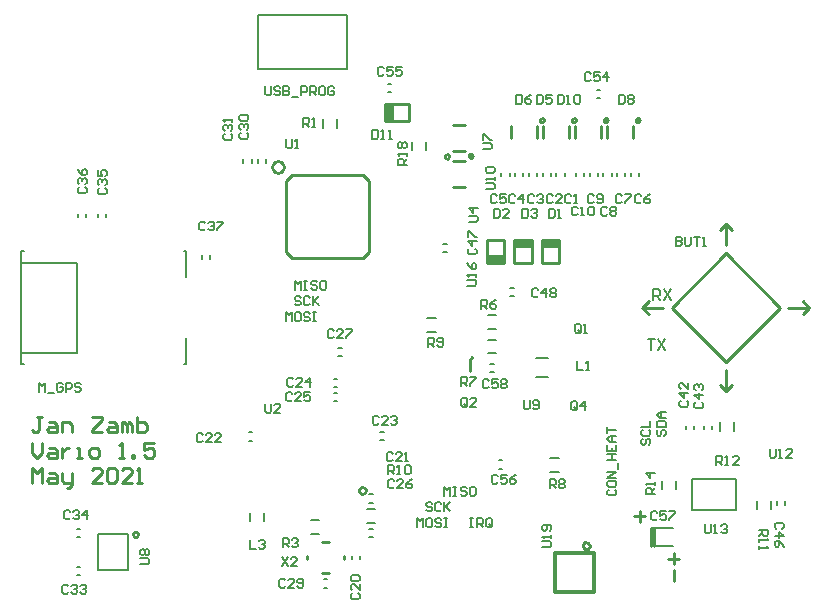
<source format=gto>
G04 Layer_Color=65535*
%FSLAX25Y25*%
%MOIN*%
G70*
G01*
G75*
%ADD47C,0.01000*%
%ADD49C,0.00600*%
%ADD86C,0.00787*%
%ADD87C,0.01181*%
%ADD88C,0.00630*%
%ADD89C,0.00700*%
%ADD90R,0.02953X0.05906*%
%ADD91R,0.05906X0.02953*%
D47*
X393793Y239661D02*
X393249Y240410D01*
X392369Y240124D01*
Y239199D01*
X393249Y238913D01*
X393793Y239661D01*
X404393D02*
X403849Y240410D01*
X402969Y240124D01*
Y239199D01*
X403849Y238913D01*
X404393Y239661D01*
X383193D02*
X382649Y240410D01*
X381768Y240124D01*
Y239199D01*
X382649Y238913D01*
X383193Y239661D01*
X372593D02*
X372049Y240410D01*
X371168Y240124D01*
Y239199D01*
X372049Y238913D01*
X372593Y239661D01*
X313173Y116287D02*
X312729Y117210D01*
X311729Y117438D01*
X310928Y116799D01*
Y115774D01*
X311729Y115135D01*
X312729Y115363D01*
X313173Y116287D01*
X387695Y97793D02*
X387250Y98716D01*
X386251Y98944D01*
X385449Y98305D01*
Y97281D01*
X386251Y96641D01*
X387250Y96869D01*
X387695Y97793D01*
X237101Y101575D02*
X236661Y102337D01*
X235780D01*
X235340Y101575D01*
X235780Y100812D01*
X236661D01*
X237101Y101575D01*
X285827Y224016D02*
X285563Y225000D01*
X284842Y225721D01*
X283858Y225984D01*
X282874Y225721D01*
X282154Y225000D01*
X281890Y224016D01*
X282154Y223031D01*
X282874Y222311D01*
X283858Y222047D01*
X284842Y222311D01*
X285563Y223031D01*
X285827Y224016D01*
X340883Y227646D02*
X340339Y228395D01*
X339458Y228109D01*
Y227184D01*
X340339Y226898D01*
X340883Y227646D01*
X348757Y227817D02*
X348213Y228565D01*
X347332Y228279D01*
Y227354D01*
X348213Y227068D01*
X348757Y227817D01*
X319563Y245153D02*
X327437D01*
X319563Y239247D02*
Y245153D01*
Y239247D02*
X327437D01*
Y245153D01*
X391431Y233756D02*
Y237693D01*
X382769Y233756D02*
Y237693D01*
X402031Y233756D02*
Y237693D01*
X393369Y233756D02*
Y237693D01*
X380831Y233756D02*
Y237693D01*
X372169Y233756D02*
Y237693D01*
X370231Y233756D02*
Y237693D01*
X361569Y233756D02*
Y237693D01*
X409055Y97736D02*
Y103839D01*
X408268Y97736D02*
Y103839D01*
X288583Y221260D02*
X312205D01*
X286614Y219291D02*
X288583Y221260D01*
X286614Y195669D02*
Y219291D01*
X312205Y221260D02*
X314173Y219291D01*
Y195669D02*
Y219291D01*
X288583Y193701D02*
X312205D01*
X314173Y195669D01*
X286614Y195669D02*
X288583Y193701D01*
X362500Y199801D02*
X368406D01*
X362500Y191927D02*
Y199801D01*
X368406Y191927D02*
Y199801D01*
X362500Y191927D02*
X368406D01*
X353346D02*
Y199801D01*
Y191927D02*
X359252D01*
Y199801D01*
X353346D02*
X359252D01*
X371654D02*
X377559D01*
X371654Y191927D02*
Y199801D01*
X377559Y191927D02*
Y199801D01*
X371654Y191927D02*
X377559D01*
X298425Y98981D02*
X300787Y98981D01*
X298425Y88745D02*
X300787Y88745D01*
X305906Y94257D02*
X305906Y93469D01*
X293307Y94257D02*
X293307Y93469D01*
X414976Y177165D02*
X433071Y159070D01*
X451166Y177165D01*
X433071Y195261D02*
X451166Y177165D01*
X414976D02*
X433071Y195261D01*
X405232Y177165D02*
X412192D01*
X405232D02*
X407320Y179253D01*
X405232Y177165D02*
X407320Y179253D01*
X405232Y177165D02*
X407320Y175077D01*
X430983Y202916D02*
X433071Y205004D01*
X435159Y202916D01*
X433071Y205004D02*
X435159Y202916D01*
X433071Y198045D02*
Y205004D01*
Y149327D02*
X435159Y151414D01*
X430983D02*
X433071Y149327D01*
X430983Y151414D02*
X433071Y149327D01*
Y156286D01*
X458822Y179253D02*
X460910Y177165D01*
X458822Y175077D02*
X460910Y177165D01*
X458822Y175077D02*
X460910Y177165D01*
X453950D02*
X460910D01*
X342064Y217410D02*
X346001D01*
X342064Y226072D02*
X346001D01*
X342064Y229391D02*
X346001D01*
X342064Y238053D02*
X346001D01*
X347638Y155905D02*
Y159843D01*
X348425Y160630D01*
X205120Y140602D02*
X203453D01*
X204287D01*
Y136437D01*
X203453Y135604D01*
X202621D01*
X201787Y136437D01*
X207619Y138936D02*
X209285D01*
X210118Y138103D01*
Y135604D01*
X207619D01*
X206786Y136437D01*
X207619Y137270D01*
X210118D01*
X211784Y135604D02*
Y138936D01*
X214283D01*
X215116Y138103D01*
Y135604D01*
X221781Y140602D02*
X225113D01*
Y139769D01*
X221781Y136437D01*
Y135604D01*
X225113D01*
X227612Y138936D02*
X229278D01*
X230112Y138103D01*
Y135604D01*
X227612D01*
X226779Y136437D01*
X227612Y137270D01*
X230112D01*
X231778Y135604D02*
Y138936D01*
X232611D01*
X233444Y138103D01*
Y135604D01*
Y138103D01*
X234277Y138936D01*
X235110Y138103D01*
Y135604D01*
X236776Y140602D02*
Y135604D01*
X239275D01*
X240108Y136437D01*
Y137270D01*
Y138103D01*
X239275Y138936D01*
X236776D01*
X201787Y132204D02*
Y128872D01*
X203453Y127206D01*
X205120Y128872D01*
Y132204D01*
X207619Y130538D02*
X209285D01*
X210118Y129705D01*
Y127206D01*
X207619D01*
X206786Y128039D01*
X207619Y128872D01*
X210118D01*
X211784Y130538D02*
Y127206D01*
Y128872D01*
X212617Y129705D01*
X213450Y130538D01*
X214283D01*
X216782Y127206D02*
X218449D01*
X217616D01*
Y130538D01*
X216782D01*
X221781Y127206D02*
X223447D01*
X224280Y128039D01*
Y129705D01*
X223447Y130538D01*
X221781D01*
X220948Y129705D01*
Y128039D01*
X221781Y127206D01*
X230945D02*
X232611D01*
X231778D01*
Y132204D01*
X230945Y131371D01*
X235110Y127206D02*
Y128039D01*
X235943D01*
Y127206D01*
X235110D01*
X242607Y132204D02*
X239275D01*
Y129705D01*
X240941Y130538D01*
X241774D01*
X242607Y129705D01*
Y128039D01*
X241774Y127206D01*
X240108D01*
X239275Y128039D01*
X201787Y118808D02*
Y123806D01*
X203453Y122140D01*
X205120Y123806D01*
Y118808D01*
X207619Y122140D02*
X209285D01*
X210118Y121307D01*
Y118808D01*
X207619D01*
X206786Y119641D01*
X207619Y120474D01*
X210118D01*
X211784Y122140D02*
Y119641D01*
X212617Y118808D01*
X215116D01*
Y117975D01*
X214283Y117142D01*
X213450D01*
X215116Y118808D02*
Y122140D01*
X225113Y118808D02*
X221781D01*
X225113Y122140D01*
Y122973D01*
X224280Y123806D01*
X222614D01*
X221781Y122973D01*
X226779D02*
X227612Y123806D01*
X229278D01*
X230112Y122973D01*
Y119641D01*
X229278Y118808D01*
X227612D01*
X226779Y119641D01*
Y122973D01*
X235110Y118808D02*
X231778D01*
X235110Y122140D01*
Y122973D01*
X234277Y123806D01*
X232611D01*
X231778Y122973D01*
X236776Y118808D02*
X238442D01*
X237609D01*
Y123806D01*
X236776Y122973D01*
X404324Y109449D02*
Y105783D01*
X406157Y107616D02*
X402491D01*
X415741Y95276D02*
Y91610D01*
X417574Y93443D02*
X413908D01*
X415741Y89777D02*
Y86112D01*
D49*
X451931Y103408D02*
X452430Y103908D01*
Y104907D01*
X451931Y105407D01*
X449931D01*
X449432Y104907D01*
Y103908D01*
X449931Y103408D01*
X449432Y100909D02*
X452430D01*
X450931Y102408D01*
Y100409D01*
X452430Y97410D02*
X451931Y98409D01*
X450931Y99409D01*
X449931D01*
X449432Y98909D01*
Y97909D01*
X449931Y97410D01*
X450431D01*
X450931Y97909D01*
Y99409D01*
X444225Y103132D02*
X447224D01*
Y101633D01*
X446724Y101133D01*
X445725D01*
X445225Y101633D01*
Y103132D01*
Y102133D02*
X444225Y101133D01*
Y100133D02*
Y99134D01*
Y99633D01*
X447224D01*
X446724Y100133D01*
X444225Y97634D02*
Y96634D01*
Y97134D01*
X447224D01*
X446724Y97634D01*
X333800Y164100D02*
Y167099D01*
X335299D01*
X335799Y166599D01*
Y165600D01*
X335299Y165100D01*
X333800D01*
X334800D02*
X335799Y164100D01*
X336799Y164600D02*
X337299Y164100D01*
X338299D01*
X338798Y164600D01*
Y166599D01*
X338299Y167099D01*
X337299D01*
X336799Y166599D01*
Y166099D01*
X337299Y165600D01*
X338798D01*
X370100Y248099D02*
Y245100D01*
X371600D01*
X372099Y245600D01*
Y247599D01*
X371600Y248099D01*
X370100D01*
X375098D02*
X373099D01*
Y246600D01*
X374099Y247099D01*
X374599D01*
X375098Y246600D01*
Y245600D01*
X374599Y245100D01*
X373599D01*
X373099Y245600D01*
X363200Y248099D02*
Y245100D01*
X364700D01*
X365199Y245600D01*
Y247599D01*
X364700Y248099D01*
X363200D01*
X368198D02*
X367199Y247599D01*
X366199Y246600D01*
Y245600D01*
X366699Y245100D01*
X367699D01*
X368198Y245600D01*
Y246100D01*
X367699Y246600D01*
X366199D01*
X397400Y248099D02*
Y245100D01*
X398900D01*
X399399Y245600D01*
Y247599D01*
X398900Y248099D01*
X397400D01*
X400399Y247599D02*
X400899Y248099D01*
X401898D01*
X402398Y247599D01*
Y247099D01*
X401898Y246600D01*
X402398Y246100D01*
Y245600D01*
X401898Y245100D01*
X400899D01*
X400399Y245600D01*
Y246100D01*
X400899Y246600D01*
X400399Y247099D01*
Y247599D01*
X400899Y246600D02*
X401898D01*
X377000Y248099D02*
Y245100D01*
X378500D01*
X378999Y245600D01*
Y247599D01*
X378500Y248099D01*
X377000D01*
X379999Y245100D02*
X380999D01*
X380499D01*
Y248099D01*
X379999Y247599D01*
X382498D02*
X382998Y248099D01*
X383998D01*
X384498Y247599D01*
Y245600D01*
X383998Y245100D01*
X382998D01*
X382498Y245600D01*
Y247599D01*
X381599Y214499D02*
X381100Y214999D01*
X380100D01*
X379600Y214499D01*
Y212500D01*
X380100Y212000D01*
X381100D01*
X381599Y212500D01*
X382599Y212000D02*
X383599D01*
X383099D01*
Y214999D01*
X382599Y214499D01*
X375374D02*
X374874Y214999D01*
X373875D01*
X373375Y214499D01*
Y212500D01*
X373875Y212000D01*
X374874D01*
X375374Y212500D01*
X378373Y212000D02*
X376374D01*
X378373Y213999D01*
Y214499D01*
X377873Y214999D01*
X376874D01*
X376374Y214499D01*
X362924D02*
X362424Y214999D01*
X361425D01*
X360925Y214499D01*
Y212500D01*
X361425Y212000D01*
X362424D01*
X362924Y212500D01*
X365423Y212000D02*
Y214999D01*
X363924Y213499D01*
X365923D01*
X356699Y214499D02*
X356200Y214999D01*
X355200D01*
X354700Y214499D01*
Y212500D01*
X355200Y212000D01*
X356200D01*
X356699Y212500D01*
X359698Y214999D02*
X357699D01*
Y213499D01*
X358699Y213999D01*
X359198D01*
X359698Y213499D01*
Y212500D01*
X359198Y212000D01*
X358199D01*
X357699Y212500D01*
X404799Y214499D02*
X404299Y214999D01*
X403300D01*
X402800Y214499D01*
Y212500D01*
X403300Y212000D01*
X404299D01*
X404799Y212500D01*
X407798Y214999D02*
X406799Y214499D01*
X405799Y213499D01*
Y212500D01*
X406299Y212000D01*
X407299D01*
X407798Y212500D01*
Y213000D01*
X407299Y213499D01*
X405799D01*
X398399Y214499D02*
X397900Y214999D01*
X396900D01*
X396400Y214499D01*
Y212500D01*
X396900Y212000D01*
X397900D01*
X398399Y212500D01*
X399399Y214999D02*
X401398D01*
Y214499D01*
X399399Y212500D01*
Y212000D01*
X389099Y214499D02*
X388599Y214999D01*
X387600D01*
X387100Y214499D01*
Y212500D01*
X387600Y212000D01*
X388599D01*
X389099Y212500D01*
X390099D02*
X390599Y212000D01*
X391599D01*
X392098Y212500D01*
Y214499D01*
X391599Y214999D01*
X390599D01*
X390099Y214499D01*
Y213999D01*
X390599Y213499D01*
X392098D01*
X383699Y210399D02*
X383200Y210899D01*
X382200D01*
X381700Y210399D01*
Y208400D01*
X382200Y207900D01*
X383200D01*
X383699Y208400D01*
X384699Y207900D02*
X385699D01*
X385199D01*
Y210899D01*
X384699Y210399D01*
X387198D02*
X387698Y210899D01*
X388698D01*
X389198Y210399D01*
Y208400D01*
X388698Y207900D01*
X387698D01*
X387198Y208400D01*
Y210399D01*
X369149Y214499D02*
X368650Y214999D01*
X367650D01*
X367150Y214499D01*
Y212500D01*
X367650Y212000D01*
X368650D01*
X369149Y212500D01*
X370149Y214499D02*
X370649Y214999D01*
X371649D01*
X372148Y214499D01*
Y213999D01*
X371649Y213499D01*
X371149D01*
X371649D01*
X372148Y213000D01*
Y212500D01*
X371649Y212000D01*
X370649D01*
X370149Y212500D01*
X393599Y210299D02*
X393099Y210799D01*
X392100D01*
X391600Y210299D01*
Y208300D01*
X392100Y207800D01*
X393099D01*
X393599Y208300D01*
X394599Y210299D02*
X395099Y210799D01*
X396098D01*
X396598Y210299D01*
Y209799D01*
X396098Y209299D01*
X396598Y208800D01*
Y208300D01*
X396098Y207800D01*
X395099D01*
X394599Y208300D01*
Y208800D01*
X395099Y209299D01*
X394599Y209799D01*
Y210299D01*
X395099Y209299D02*
X396098D01*
X410267Y108798D02*
X409767Y109298D01*
X408768D01*
X408268Y108798D01*
Y106799D01*
X408768Y106299D01*
X409767D01*
X410267Y106799D01*
X413266Y109298D02*
X411267D01*
Y107799D01*
X412266Y108299D01*
X412766D01*
X413266Y107799D01*
Y106799D01*
X412766Y106299D01*
X411767D01*
X411267Y106799D01*
X414266Y109298D02*
X416265D01*
Y108798D01*
X414266Y106799D01*
Y106299D01*
X365748Y146306D02*
Y143807D01*
X366248Y143307D01*
X367248D01*
X367747Y143807D01*
Y146306D01*
X368747Y143807D02*
X369247Y143307D01*
X370247D01*
X370746Y143807D01*
Y145806D01*
X370247Y146306D01*
X369247D01*
X368747Y145806D01*
Y145306D01*
X369247Y144807D01*
X370746D01*
X357118Y121003D02*
X356618Y121503D01*
X355618D01*
X355118Y121003D01*
Y119004D01*
X355618Y118504D01*
X356618D01*
X357118Y119004D01*
X360117Y121503D02*
X358117D01*
Y120003D01*
X359117Y120503D01*
X359617D01*
X360117Y120003D01*
Y119004D01*
X359617Y118504D01*
X358617D01*
X358117Y119004D01*
X363116Y121503D02*
X362116Y121003D01*
X361116Y120003D01*
Y119004D01*
X361616Y118504D01*
X362616D01*
X363116Y119004D01*
Y119504D01*
X362616Y120003D01*
X361116D01*
X371804Y97244D02*
X374303D01*
X374803Y97744D01*
Y98744D01*
X374303Y99243D01*
X371804D01*
X374803Y100243D02*
Y101243D01*
Y100743D01*
X371804D01*
X372304Y100243D01*
X374303Y102742D02*
X374803Y103242D01*
Y104242D01*
X374303Y104742D01*
X372304D01*
X371804Y104242D01*
Y103242D01*
X372304Y102742D01*
X372804D01*
X373304Y103242D01*
Y104742D01*
X318962Y256936D02*
X318462Y257436D01*
X317463D01*
X316963Y256936D01*
Y254937D01*
X317463Y254437D01*
X318462D01*
X318962Y254937D01*
X321961Y257436D02*
X319962D01*
Y255937D01*
X320962Y256436D01*
X321462D01*
X321961Y255937D01*
Y254937D01*
X321462Y254437D01*
X320462D01*
X319962Y254937D01*
X324960Y257436D02*
X322961D01*
Y255937D01*
X323961Y256436D01*
X324461D01*
X324960Y255937D01*
Y254937D01*
X324461Y254437D01*
X323461D01*
X322961Y254937D01*
X274410Y99849D02*
Y96850D01*
X276409D01*
X277409Y99350D02*
X277908Y99849D01*
X278908D01*
X279408Y99350D01*
Y98850D01*
X278908Y98350D01*
X278408D01*
X278908D01*
X279408Y97850D01*
Y97350D01*
X278908Y96850D01*
X277908D01*
X277409Y97350D01*
X352101Y230000D02*
X354600D01*
X355100Y230500D01*
Y231500D01*
X354600Y231999D01*
X352101D01*
Y232999D02*
Y234998D01*
X352601D01*
X354600Y232999D01*
X355100D01*
X353117Y216705D02*
X355616D01*
X356116Y217205D01*
Y218204D01*
X355616Y218704D01*
X353117D01*
X356116Y219704D02*
Y220703D01*
Y220204D01*
X353117D01*
X353617Y219704D01*
Y222203D02*
X353117Y222703D01*
Y223703D01*
X353617Y224202D01*
X355616D01*
X356116Y223703D01*
Y222703D01*
X355616Y222203D01*
X353617D01*
X347601Y196899D02*
X347101Y196399D01*
Y195400D01*
X347601Y194900D01*
X349600D01*
X350100Y195400D01*
Y196399D01*
X349600Y196899D01*
X350100Y199399D02*
X347101D01*
X348601Y197899D01*
Y199898D01*
X347101Y200898D02*
Y202897D01*
X347601D01*
X349600Y200898D01*
X350100D01*
X326700Y224800D02*
X323701D01*
Y226300D01*
X324201Y226799D01*
X325201D01*
X325700Y226300D01*
Y224800D01*
Y225800D02*
X326700Y226799D01*
Y227799D02*
Y228799D01*
Y228299D01*
X323701D01*
X324201Y227799D01*
Y230298D02*
X323701Y230798D01*
Y231798D01*
X324201Y232298D01*
X324701D01*
X325201Y231798D01*
X325700Y232298D01*
X326200D01*
X326700Y231798D01*
Y230798D01*
X326200Y230298D01*
X325700D01*
X325201Y230798D01*
X324701Y230298D01*
X324201D01*
X325201Y230798D02*
Y231798D01*
X388099Y255199D02*
X387599Y255699D01*
X386600D01*
X386100Y255199D01*
Y253200D01*
X386600Y252700D01*
X387599D01*
X388099Y253200D01*
X391098Y255699D02*
X389099D01*
Y254200D01*
X390099Y254699D01*
X390599D01*
X391098Y254200D01*
Y253200D01*
X390599Y252700D01*
X389599D01*
X389099Y253200D01*
X393598Y252700D02*
Y255699D01*
X392098Y254200D01*
X394097D01*
X346901Y184500D02*
X349400D01*
X349900Y185000D01*
Y186000D01*
X349400Y186499D01*
X346901D01*
X349900Y187499D02*
Y188499D01*
Y187999D01*
X346901D01*
X347401Y187499D01*
X346901Y191998D02*
X347401Y190998D01*
X348400Y189998D01*
X349400D01*
X349900Y190498D01*
Y191498D01*
X349400Y191998D01*
X348900D01*
X348400Y191498D01*
Y189998D01*
X416339Y200834D02*
Y197835D01*
X417838D01*
X418338Y198335D01*
Y198834D01*
X417838Y199334D01*
X416339D01*
X417838D01*
X418338Y199834D01*
Y200334D01*
X417838Y200834D01*
X416339D01*
X419338D02*
Y198335D01*
X419837Y197835D01*
X420837D01*
X421337Y198335D01*
Y200834D01*
X422337D02*
X424336D01*
X423336D01*
Y197835D01*
X425336D02*
X426335D01*
X425836D01*
Y200834D01*
X425336Y200334D01*
X279528Y251030D02*
Y248531D01*
X280027Y248031D01*
X281027D01*
X281527Y248531D01*
Y251030D01*
X284526Y250531D02*
X284026Y251030D01*
X283026D01*
X282527Y250531D01*
Y250031D01*
X283026Y249531D01*
X284026D01*
X284526Y249031D01*
Y248531D01*
X284026Y248031D01*
X283026D01*
X282527Y248531D01*
X285526Y251030D02*
Y248031D01*
X287025D01*
X287525Y248531D01*
Y249031D01*
X287025Y249531D01*
X285526D01*
X287025D01*
X287525Y250031D01*
Y250531D01*
X287025Y251030D01*
X285526D01*
X288525Y247532D02*
X290524D01*
X291524Y248031D02*
Y251030D01*
X293023D01*
X293523Y250531D01*
Y249531D01*
X293023Y249031D01*
X291524D01*
X294523Y248031D02*
Y251030D01*
X296022D01*
X296522Y250531D01*
Y249531D01*
X296022Y249031D01*
X294523D01*
X295522D02*
X296522Y248031D01*
X299021Y251030D02*
X298022D01*
X297522Y250531D01*
Y248531D01*
X298022Y248031D01*
X299021D01*
X299521Y248531D01*
Y250531D01*
X299021Y251030D01*
X302520Y250531D02*
X302020Y251030D01*
X301021D01*
X300521Y250531D01*
Y248531D01*
X301021Y248031D01*
X302020D01*
X302520Y248531D01*
Y249531D01*
X301520D01*
X346881Y144594D02*
Y146594D01*
X346381Y147093D01*
X345382D01*
X344882Y146594D01*
Y144594D01*
X345382Y144095D01*
X346381D01*
X345882Y145094D02*
X346881Y144095D01*
X346381D02*
X346881Y144594D01*
X349880Y144095D02*
X347881D01*
X349880Y146094D01*
Y146594D01*
X349380Y147093D01*
X348381D01*
X347881Y146594D01*
X285433Y97244D02*
Y100243D01*
X286933D01*
X287432Y99743D01*
Y98744D01*
X286933Y98244D01*
X285433D01*
X286433D02*
X287432Y97244D01*
X288432Y99743D02*
X288932Y100243D01*
X289932D01*
X290431Y99743D01*
Y99243D01*
X289932Y98744D01*
X289432D01*
X289932D01*
X290431Y98244D01*
Y97744D01*
X289932Y97244D01*
X288932D01*
X288432Y97744D01*
X271301Y235499D02*
X270801Y234999D01*
Y234000D01*
X271301Y233500D01*
X273300D01*
X273800Y234000D01*
Y234999D01*
X273300Y235499D01*
X271301Y236499D02*
X270801Y236999D01*
Y237999D01*
X271301Y238498D01*
X271801D01*
X272301Y237999D01*
Y237499D01*
Y237999D01*
X272800Y238498D01*
X273300D01*
X273800Y237999D01*
Y236999D01*
X273300Y236499D01*
X271301Y239498D02*
X270801Y239998D01*
Y240998D01*
X271301Y241497D01*
X273300D01*
X273800Y240998D01*
Y239998D01*
X273300Y239498D01*
X271301D01*
X266001Y235199D02*
X265501Y234700D01*
Y233700D01*
X266001Y233200D01*
X268000D01*
X268500Y233700D01*
Y234700D01*
X268000Y235199D01*
X266001Y236199D02*
X265501Y236699D01*
Y237699D01*
X266001Y238198D01*
X266501D01*
X267001Y237699D01*
Y237199D01*
Y237699D01*
X267500Y238198D01*
X268000D01*
X268500Y237699D01*
Y236699D01*
X268000Y236199D01*
X268500Y239198D02*
Y240198D01*
Y239698D01*
X265501D01*
X266001Y239198D01*
X370503Y183208D02*
X370004Y183708D01*
X369004D01*
X368504Y183208D01*
Y181209D01*
X369004Y180709D01*
X370004D01*
X370503Y181209D01*
X373003Y180709D02*
Y183708D01*
X371503Y182208D01*
X373502D01*
X374502Y183208D02*
X375002Y183708D01*
X376002D01*
X376501Y183208D01*
Y182708D01*
X376002Y182208D01*
X376501Y181708D01*
Y181209D01*
X376002Y180709D01*
X375002D01*
X374502Y181209D01*
Y181708D01*
X375002Y182208D01*
X374502Y182708D01*
Y183208D01*
X375002Y182208D02*
X376002D01*
X353968Y152893D02*
X353468Y153393D01*
X352468D01*
X351969Y152893D01*
Y150893D01*
X352468Y150394D01*
X353468D01*
X353968Y150893D01*
X356967Y153393D02*
X354967D01*
Y151893D01*
X355967Y152393D01*
X356467D01*
X356967Y151893D01*
Y150893D01*
X356467Y150394D01*
X355467D01*
X354967Y150893D01*
X357967Y152893D02*
X358466Y153393D01*
X359466D01*
X359966Y152893D01*
Y152393D01*
X359466Y151893D01*
X359966Y151393D01*
Y150893D01*
X359466Y150394D01*
X358466D01*
X357967Y150893D01*
Y151393D01*
X358466Y151893D01*
X357967Y152393D01*
Y152893D01*
X358466Y151893D02*
X359466D01*
X322078Y128483D02*
X321578Y128983D01*
X320579D01*
X320079Y128483D01*
Y126484D01*
X320579Y125984D01*
X321578D01*
X322078Y126484D01*
X325077Y125984D02*
X323078D01*
X325077Y127984D01*
Y128483D01*
X324577Y128983D01*
X323578D01*
X323078Y128483D01*
X326077Y125984D02*
X327077D01*
X326577D01*
Y128983D01*
X326077Y128483D01*
X258692Y134783D02*
X258192Y135283D01*
X257193D01*
X256693Y134783D01*
Y132783D01*
X257193Y132283D01*
X258192D01*
X258692Y132783D01*
X261691Y132283D02*
X259692D01*
X261691Y134283D01*
Y134783D01*
X261192Y135283D01*
X260192D01*
X259692Y134783D01*
X264690Y132283D02*
X262691D01*
X264690Y134283D01*
Y134783D01*
X264191Y135283D01*
X263191D01*
X262691Y134783D01*
X317354Y140688D02*
X316854Y141188D01*
X315854D01*
X315354Y140688D01*
Y138689D01*
X315854Y138189D01*
X316854D01*
X317354Y138689D01*
X320353Y138189D02*
X318353D01*
X320353Y140188D01*
Y140688D01*
X319853Y141188D01*
X318853D01*
X318353Y140688D01*
X321352D02*
X321852Y141188D01*
X322852D01*
X323352Y140688D01*
Y140188D01*
X322852Y139689D01*
X322352D01*
X322852D01*
X323352Y139189D01*
Y138689D01*
X322852Y138189D01*
X321852D01*
X321352Y138689D01*
X288936Y153388D02*
X288437Y153888D01*
X287437D01*
X286937Y153388D01*
Y151389D01*
X287437Y150889D01*
X288437D01*
X288936Y151389D01*
X291935Y150889D02*
X289936D01*
X291935Y152888D01*
Y153388D01*
X291436Y153888D01*
X290436D01*
X289936Y153388D01*
X294435Y150889D02*
Y153888D01*
X292935Y152389D01*
X294934D01*
X288614Y148562D02*
X288114Y149062D01*
X287114D01*
X286614Y148562D01*
Y146563D01*
X287114Y146063D01*
X288114D01*
X288614Y146563D01*
X291613Y146063D02*
X289613D01*
X291613Y148062D01*
Y148562D01*
X291113Y149062D01*
X290113D01*
X289613Y148562D01*
X294612Y149062D02*
X292612D01*
Y147563D01*
X293612Y148062D01*
X294112D01*
X294612Y147563D01*
Y146563D01*
X294112Y146063D01*
X293112D01*
X292612Y146563D01*
X322472Y119428D02*
X321972Y119928D01*
X320972D01*
X320472Y119428D01*
Y117429D01*
X320972Y116929D01*
X321972D01*
X322472Y117429D01*
X325471Y116929D02*
X323471D01*
X325471Y118929D01*
Y119428D01*
X324971Y119928D01*
X323971D01*
X323471Y119428D01*
X328470Y119928D02*
X327470Y119428D01*
X326470Y118429D01*
Y117429D01*
X326970Y116929D01*
X327970D01*
X328470Y117429D01*
Y117929D01*
X327970Y118429D01*
X326470D01*
X302393Y169428D02*
X301893Y169928D01*
X300893D01*
X300394Y169428D01*
Y167429D01*
X300893Y166929D01*
X301893D01*
X302393Y167429D01*
X305392Y166929D02*
X303393D01*
X305392Y168929D01*
Y169428D01*
X304892Y169928D01*
X303893D01*
X303393Y169428D01*
X306392Y169928D02*
X308391D01*
Y169428D01*
X306392Y167429D01*
Y166929D01*
X308524Y81921D02*
X308025Y81421D01*
Y80421D01*
X308524Y79921D01*
X310524D01*
X311024Y80421D01*
Y81421D01*
X310524Y81921D01*
X311024Y84920D02*
Y82920D01*
X309024Y84920D01*
X308524D01*
X308025Y84420D01*
Y83420D01*
X308524Y82920D01*
Y85919D02*
X308025Y86419D01*
Y87419D01*
X308524Y87919D01*
X310524D01*
X311024Y87419D01*
Y86419D01*
X310524Y85919D01*
X308524D01*
X286251Y86357D02*
X285752Y86857D01*
X284752D01*
X284252Y86357D01*
Y84358D01*
X284752Y83858D01*
X285752D01*
X286251Y84358D01*
X289250Y83858D02*
X287251D01*
X289250Y85858D01*
Y86357D01*
X288751Y86857D01*
X287751D01*
X287251Y86357D01*
X290250Y84358D02*
X290750Y83858D01*
X291750D01*
X292249Y84358D01*
Y86357D01*
X291750Y86857D01*
X290750D01*
X290250Y86357D01*
Y85858D01*
X290750Y85358D01*
X292249D01*
X213810Y84389D02*
X213311Y84889D01*
X212311D01*
X211811Y84389D01*
Y82390D01*
X212311Y81890D01*
X213311D01*
X213810Y82390D01*
X214810Y84389D02*
X215310Y84889D01*
X216310D01*
X216809Y84389D01*
Y83889D01*
X216310Y83389D01*
X215810D01*
X216310D01*
X216809Y82889D01*
Y82390D01*
X216310Y81890D01*
X215310D01*
X214810Y82390D01*
X217809Y84389D02*
X218309Y84889D01*
X219309D01*
X219808Y84389D01*
Y83889D01*
X219309Y83389D01*
X218809D01*
X219309D01*
X219808Y82889D01*
Y82390D01*
X219309Y81890D01*
X218309D01*
X217809Y82390D01*
X214598Y109192D02*
X214098Y109692D01*
X213098D01*
X212598Y109192D01*
Y107193D01*
X213098Y106693D01*
X214098D01*
X214598Y107193D01*
X215598Y109192D02*
X216097Y109692D01*
X217097D01*
X217597Y109192D01*
Y108692D01*
X217097Y108192D01*
X216597D01*
X217097D01*
X217597Y107693D01*
Y107193D01*
X217097Y106693D01*
X216097D01*
X215598Y107193D01*
X220096Y106693D02*
Y109692D01*
X218597Y108192D01*
X220596D01*
X224174Y217058D02*
X223674Y216559D01*
Y215559D01*
X224174Y215059D01*
X226173D01*
X226673Y215559D01*
Y216559D01*
X226173Y217058D01*
X224174Y218058D02*
X223674Y218558D01*
Y219558D01*
X224174Y220057D01*
X224674D01*
X225174Y219558D01*
Y219058D01*
Y219558D01*
X225674Y220057D01*
X226173D01*
X226673Y219558D01*
Y218558D01*
X226173Y218058D01*
X223674Y223057D02*
Y221057D01*
X225174D01*
X224674Y222057D01*
Y222557D01*
X225174Y223057D01*
X226173D01*
X226673Y222557D01*
Y221557D01*
X226173Y221057D01*
X217580Y217354D02*
X217080Y216854D01*
Y215854D01*
X217580Y215354D01*
X219579D01*
X220079Y215854D01*
Y216854D01*
X219579Y217354D01*
X217580Y218353D02*
X217080Y218853D01*
Y219853D01*
X217580Y220353D01*
X218079D01*
X218579Y219853D01*
Y219353D01*
Y219853D01*
X219079Y220353D01*
X219579D01*
X220079Y219853D01*
Y218853D01*
X219579Y218353D01*
X217080Y223352D02*
X217580Y222352D01*
X218579Y221352D01*
X219579D01*
X220079Y221852D01*
Y222852D01*
X219579Y223352D01*
X219079D01*
X218579Y222852D01*
Y221352D01*
X259499Y205399D02*
X258999Y205899D01*
X258000D01*
X257500Y205399D01*
Y203400D01*
X258000Y202900D01*
X258999D01*
X259499Y203400D01*
X260499Y205399D02*
X260999Y205899D01*
X261999D01*
X262498Y205399D01*
Y204899D01*
X261999Y204399D01*
X261499D01*
X261999D01*
X262498Y203900D01*
Y203400D01*
X261999Y202900D01*
X260999D01*
X260499Y203400D01*
X263498Y205899D02*
X265497D01*
Y205399D01*
X263498Y203400D01*
Y202900D01*
X417973Y146094D02*
X417473Y145594D01*
Y144594D01*
X417973Y144095D01*
X419973D01*
X420472Y144594D01*
Y145594D01*
X419973Y146094D01*
X420472Y148593D02*
X417473D01*
X418973Y147093D01*
Y149093D01*
X420472Y152092D02*
Y150093D01*
X418473Y152092D01*
X417973D01*
X417473Y151592D01*
Y150592D01*
X417973Y150093D01*
X423091Y145700D02*
X422591Y145200D01*
Y144201D01*
X423091Y143701D01*
X425091D01*
X425591Y144201D01*
Y145200D01*
X425091Y145700D01*
X425591Y148199D02*
X422591D01*
X424091Y146700D01*
Y148699D01*
X423091Y149699D02*
X422591Y150199D01*
Y151198D01*
X423091Y151698D01*
X423591D01*
X424091Y151198D01*
Y150698D01*
Y151198D01*
X424591Y151698D01*
X425091D01*
X425591Y151198D01*
Y150199D01*
X425091Y149699D01*
X374016Y210086D02*
Y207087D01*
X375515D01*
X376015Y207587D01*
Y209586D01*
X375515Y210086D01*
X374016D01*
X377015Y207087D02*
X378014D01*
X377515D01*
Y210086D01*
X377015Y209586D01*
X355709Y210086D02*
Y207087D01*
X357208D01*
X357708Y207587D01*
Y209586D01*
X357208Y210086D01*
X355709D01*
X360707Y207087D02*
X358708D01*
X360707Y209086D01*
Y209586D01*
X360207Y210086D01*
X359208D01*
X358708Y209586D01*
X365256Y210086D02*
Y207087D01*
X366755D01*
X367255Y207587D01*
Y209586D01*
X366755Y210086D01*
X365256D01*
X368255Y209586D02*
X368755Y210086D01*
X369754D01*
X370254Y209586D01*
Y209086D01*
X369754Y208586D01*
X369255D01*
X369754D01*
X370254Y208086D01*
Y207587D01*
X369754Y207087D01*
X368755D01*
X368255Y207587D01*
X383465Y159298D02*
Y156299D01*
X385464D01*
X386464D02*
X387463D01*
X386963D01*
Y159298D01*
X386464Y158798D01*
X384677Y169397D02*
Y171397D01*
X384177Y171897D01*
X383177D01*
X382677Y171397D01*
Y169397D01*
X383177Y168898D01*
X384177D01*
X383677Y169897D02*
X384677Y168898D01*
X384177D02*
X384677Y169397D01*
X385676Y168898D02*
X386676D01*
X386176D01*
Y171897D01*
X385676Y171397D01*
X292126Y237500D02*
Y240499D01*
X293625D01*
X294125Y239999D01*
Y239000D01*
X293625Y238500D01*
X292126D01*
X293126D02*
X294125Y237500D01*
X295125D02*
X296125D01*
X295625D01*
Y240499D01*
X295125Y239999D01*
X351575Y176772D02*
Y179771D01*
X353074D01*
X353574Y179271D01*
Y178271D01*
X353074Y177771D01*
X351575D01*
X352574D02*
X353574Y176772D01*
X356573Y179771D02*
X355574Y179271D01*
X354574Y178271D01*
Y177271D01*
X355074Y176772D01*
X356073D01*
X356573Y177271D01*
Y177771D01*
X356073Y178271D01*
X354574D01*
X344882Y151181D02*
Y154180D01*
X346381D01*
X346881Y153680D01*
Y152681D01*
X346381Y152181D01*
X344882D01*
X345882D02*
X346881Y151181D01*
X347881Y154180D02*
X349880D01*
Y153680D01*
X347881Y151681D01*
Y151181D01*
X320472Y121653D02*
Y124653D01*
X321972D01*
X322472Y124153D01*
Y123153D01*
X321972Y122653D01*
X320472D01*
X321472D02*
X322472Y121653D01*
X323471D02*
X324471D01*
X323971D01*
Y124653D01*
X323471Y124153D01*
X325971D02*
X326470Y124653D01*
X327470D01*
X327970Y124153D01*
Y122153D01*
X327470Y121653D01*
X326470D01*
X325971Y122153D01*
Y124153D01*
X429921Y124803D02*
Y127802D01*
X431421D01*
X431921Y127302D01*
Y126303D01*
X431421Y125803D01*
X429921D01*
X430921D02*
X431921Y124803D01*
X432920D02*
X433920D01*
X433420D01*
Y127802D01*
X432920Y127302D01*
X437419Y124803D02*
X435420D01*
X437419Y126803D01*
Y127302D01*
X436919Y127802D01*
X435919D01*
X435420Y127302D01*
X409449Y114961D02*
X406450D01*
Y116460D01*
X406950Y116960D01*
X407949D01*
X408449Y116460D01*
Y114961D01*
Y115960D02*
X409449Y116960D01*
Y117960D02*
Y118959D01*
Y118459D01*
X406450D01*
X406950Y117960D01*
X409449Y121958D02*
X406450D01*
X407949Y120459D01*
Y122458D01*
X286614Y233314D02*
Y230815D01*
X287114Y230315D01*
X288114D01*
X288614Y230815D01*
Y233314D01*
X289613Y230315D02*
X290613D01*
X290113D01*
Y233314D01*
X289613Y232814D01*
X279527Y145227D02*
Y142727D01*
X280027Y142228D01*
X281027D01*
X281527Y142727D01*
Y145227D01*
X284526Y142228D02*
X282527D01*
X284526Y144227D01*
Y144727D01*
X284026Y145227D01*
X283026D01*
X282527Y144727D01*
X347401Y205800D02*
X349900D01*
X350400Y206300D01*
Y207299D01*
X349900Y207799D01*
X347401D01*
X350400Y210298D02*
X347401D01*
X348901Y208799D01*
Y210798D01*
X204100Y149200D02*
Y152199D01*
X205100Y151199D01*
X206099Y152199D01*
Y149200D01*
X207099Y148700D02*
X209098D01*
X212097Y151699D02*
X211598Y152199D01*
X210598D01*
X210098Y151699D01*
Y149700D01*
X210598Y149200D01*
X211598D01*
X212097Y149700D01*
Y150699D01*
X211098D01*
X213097Y149200D02*
Y152199D01*
X214597D01*
X215096Y151699D01*
Y150699D01*
X214597Y150200D01*
X213097D01*
X218095Y151699D02*
X217596Y152199D01*
X216596D01*
X216096Y151699D01*
Y151199D01*
X216596Y150699D01*
X217596D01*
X218095Y150200D01*
Y149700D01*
X217596Y149200D01*
X216596D01*
X216096Y149700D01*
X237946Y91732D02*
X240445D01*
X240945Y92232D01*
Y93232D01*
X240445Y93732D01*
X237946D01*
X238446Y94731D02*
X237946Y95231D01*
Y96231D01*
X238446Y96731D01*
X238946D01*
X239445Y96231D01*
X239945Y96731D01*
X240445D01*
X240945Y96231D01*
Y95231D01*
X240445Y94731D01*
X239945D01*
X239445Y95231D01*
X238946Y94731D01*
X238446D01*
X239445Y95231D02*
Y96231D01*
X425984Y104967D02*
Y102468D01*
X426484Y101969D01*
X427484D01*
X427984Y102468D01*
Y104967D01*
X428983Y101969D02*
X429983D01*
X429483D01*
Y104967D01*
X428983Y104468D01*
X431483D02*
X431982Y104967D01*
X432982D01*
X433482Y104468D01*
Y103968D01*
X432982Y103468D01*
X432482D01*
X432982D01*
X433482Y102968D01*
Y102468D01*
X432982Y101969D01*
X431982D01*
X431483Y102468D01*
X447638Y130164D02*
Y127665D01*
X448138Y127165D01*
X449137D01*
X449637Y127665D01*
Y130164D01*
X450637Y127165D02*
X451637D01*
X451137D01*
Y130164D01*
X450637Y129665D01*
X455135Y127165D02*
X453136D01*
X455135Y129165D01*
Y129665D01*
X454635Y130164D01*
X453636D01*
X453136Y129665D01*
X285039Y93944D02*
X287039Y90945D01*
Y93944D02*
X285039Y90945D01*
X290038D02*
X288038D01*
X290038Y92944D01*
Y93444D01*
X289538Y93944D01*
X288538D01*
X288038Y93444D01*
X374410Y116929D02*
Y119928D01*
X375909D01*
X376409Y119428D01*
Y118429D01*
X375909Y117929D01*
X374410D01*
X375409D02*
X376409Y116929D01*
X377409Y119428D02*
X377908Y119928D01*
X378908D01*
X379408Y119428D01*
Y118929D01*
X378908Y118429D01*
X379408Y117929D01*
Y117429D01*
X378908Y116929D01*
X377908D01*
X377409Y117429D01*
Y117929D01*
X377908Y118429D01*
X377409Y118929D01*
Y119428D01*
X377908Y118429D02*
X378908D01*
X383495Y143413D02*
Y145413D01*
X382996Y145912D01*
X381996D01*
X381496Y145413D01*
Y143413D01*
X381996Y142913D01*
X382996D01*
X382496Y143913D02*
X383495Y142913D01*
X382996D02*
X383495Y143413D01*
X385995Y142913D02*
Y145912D01*
X384495Y144413D01*
X386494D01*
X393957Y116566D02*
X393458Y116067D01*
Y115067D01*
X393957Y114567D01*
X395957D01*
X396457Y115067D01*
Y116067D01*
X395957Y116566D01*
X393458Y119065D02*
Y118066D01*
X393957Y117566D01*
X395957D01*
X396457Y118066D01*
Y119065D01*
X395957Y119565D01*
X393957D01*
X393458Y119065D01*
X396457Y120565D02*
X393458D01*
X396457Y122564D01*
X393458D01*
X396956Y123564D02*
Y125563D01*
X393458Y126563D02*
X396457D01*
X394957D01*
Y128562D01*
X393458D01*
X396457D01*
X393458Y131561D02*
Y129562D01*
X396457D01*
Y131561D01*
X394957Y129562D02*
Y130562D01*
X396457Y132561D02*
X394457D01*
X393458Y133561D01*
X394457Y134561D01*
X396457D01*
X394957D01*
Y132561D01*
X393458Y135560D02*
Y137559D01*
Y136560D01*
X396457D01*
X315200Y236499D02*
Y233500D01*
X316700D01*
X317199Y234000D01*
Y235999D01*
X316700Y236499D01*
X315200D01*
X318199Y233500D02*
X319199D01*
X318699D01*
Y236499D01*
X318199Y235999D01*
X320698Y233500D02*
X321698D01*
X321198D01*
Y236499D01*
X320698Y235999D01*
X408800Y179800D02*
Y183299D01*
X410549D01*
X411133Y182716D01*
Y181549D01*
X410549Y180966D01*
X408800D01*
X409966D02*
X411133Y179800D01*
X412299Y183299D02*
X414632Y179800D01*
Y183299D02*
X412299Y179800D01*
X407000Y166699D02*
X409333D01*
X408166D01*
Y163200D01*
X410499Y166699D02*
X412831Y163200D01*
Y166699D02*
X410499Y163200D01*
D86*
X450022Y111509D02*
Y112691D01*
X452778Y111509D02*
Y112691D01*
X443536Y110022D02*
Y112778D01*
X448064Y110022D02*
Y112778D01*
X333593Y173664D02*
X336349D01*
X333593Y169136D02*
X336349D01*
X277136Y256725D02*
Y274639D01*
Y256725D02*
X306664D01*
Y274639D01*
X277136D02*
X306664D01*
X404178Y221034D02*
Y222215D01*
X401422Y221034D02*
Y222215D01*
X399600Y221034D02*
Y222215D01*
X396844Y221034D02*
Y222215D01*
X395022Y221034D02*
Y222215D01*
X392267Y221034D02*
Y222215D01*
X390445Y221034D02*
Y222215D01*
X387689Y221034D02*
Y222215D01*
X385867Y221034D02*
Y222215D01*
X383111Y221034D02*
Y222215D01*
X379321Y221034D02*
Y222215D01*
X376565Y221034D02*
Y222215D01*
X374743Y221034D02*
Y222215D01*
X371987Y221034D02*
Y222215D01*
X370165Y221034D02*
Y222215D01*
X367409Y221034D02*
Y222215D01*
X365587Y221034D02*
Y222215D01*
X362831Y221034D02*
Y222215D01*
X361010Y221034D02*
Y222215D01*
X358254Y221034D02*
Y222215D01*
X303839Y161027D02*
X305020D01*
X303839Y163783D02*
X305020D01*
X421654Y120079D02*
X436614D01*
X421654Y109843D02*
Y120079D01*
Y109843D02*
X436614D01*
Y120079D01*
X223819Y89764D02*
X233661D01*
X223819D02*
Y101575D01*
X233661Y89764D02*
Y101575D01*
X223819D02*
X233661D01*
X411909Y116732D02*
Y119488D01*
X416437Y116732D02*
Y119488D01*
X435630Y136221D02*
Y138976D01*
X431102Y136221D02*
Y138976D01*
X313322Y110064D02*
X316078D01*
X313322Y105536D02*
X316078D01*
X353740Y161909D02*
X356496D01*
X353740Y166437D02*
X356496D01*
X353740Y174705D02*
X356496D01*
X353740Y170177D02*
X356496D01*
X303445Y237205D02*
Y239961D01*
X298917Y237205D02*
Y239961D01*
X369685Y160236D02*
X373622D01*
X369685Y153937D02*
X373622D01*
X425689Y136658D02*
Y137839D01*
X428445Y136658D02*
Y137839D01*
X419728Y136658D02*
Y137839D01*
X422484Y136658D02*
Y137839D01*
X258465Y193504D02*
Y194685D01*
X261221Y193504D02*
Y194685D01*
X219882Y207283D02*
Y208465D01*
X217126Y207283D02*
Y208465D01*
X223622Y207283D02*
Y208465D01*
X226378Y207283D02*
Y208465D01*
X216732Y103347D02*
X217913D01*
X216732Y100591D02*
X217913D01*
X216732Y87992D02*
X217913D01*
X216732Y90748D02*
X217913D01*
X299016Y83824D02*
X300197D01*
X299016Y86580D02*
X300197D01*
X308465Y93272D02*
Y94454D01*
X311221Y93272D02*
Y94454D01*
X314210Y103378D02*
X315390D01*
X314210Y100622D02*
X315390D01*
X302346Y146066D02*
X303527D01*
X302346Y148822D02*
X303527D01*
X302346Y150610D02*
X303527D01*
X302346Y153365D02*
X303527D01*
X317913Y135830D02*
X319094D01*
X317913Y133074D02*
X319094D01*
X274094Y135569D02*
X275275D01*
X274094Y132813D02*
X275275D01*
X314210Y114978D02*
X315390D01*
X314210Y112222D02*
X315390D01*
X354528Y158465D02*
X355709D01*
X354528Y155709D02*
X355709D01*
X361221Y180905D02*
X362402D01*
X361221Y183661D02*
X362402D01*
X272244Y225394D02*
Y226575D01*
X275000Y225394D02*
Y226575D01*
X276969Y225394D02*
Y226575D01*
X279724Y225394D02*
Y226575D01*
X294685Y101835D02*
X297441D01*
X294685Y106363D02*
X297441D01*
X390009Y247122D02*
X391191D01*
X390009Y249878D02*
X391191D01*
X332964Y229722D02*
Y232478D01*
X328436Y229722D02*
Y232478D01*
X338901Y198515D02*
X340082D01*
X338901Y195759D02*
X340082D01*
X279035Y106102D02*
Y108858D01*
X274508Y106102D02*
Y108858D01*
X408268Y103839D02*
X415354D01*
X408268Y97736D02*
X415354D01*
X357410Y123522D02*
X358591D01*
X357410Y126278D02*
X358591D01*
X320309Y249122D02*
X321491D01*
X320309Y251878D02*
X321491D01*
X374606Y127067D02*
X377362D01*
X374606Y122539D02*
X377362D01*
D87*
X389072Y82242D02*
Y95234D01*
X376080Y82242D02*
X389072D01*
X376080D02*
Y95234D01*
X389072D01*
D88*
X253150Y187520D02*
Y194685D01*
Y158268D02*
Y166929D01*
X252362Y158268D02*
X253150D01*
Y194685D02*
Y196063D01*
X252362D02*
X253150D01*
X198031D02*
X199213D01*
X198031Y158268D02*
Y196063D01*
Y158268D02*
X199213D01*
X216732Y162205D02*
Y192126D01*
X198031D02*
X216732D01*
X198031Y162205D02*
X216732D01*
D89*
X289427Y183206D02*
Y186205D01*
X290427Y185206D01*
X291427Y186205D01*
Y183206D01*
X292426Y186205D02*
X293426D01*
X292926D01*
Y183206D01*
X292426D01*
X293426D01*
X296925Y185706D02*
X296425Y186205D01*
X295425D01*
X294926Y185706D01*
Y185206D01*
X295425Y184706D01*
X296425D01*
X296925Y184206D01*
Y183706D01*
X296425Y183206D01*
X295425D01*
X294926Y183706D01*
X299424Y186205D02*
X298425D01*
X297925Y185706D01*
Y183706D01*
X298425Y183206D01*
X299424D01*
X299924Y183706D01*
Y185706D01*
X299424Y186205D01*
X291427Y180427D02*
X290927Y180927D01*
X289927D01*
X289427Y180427D01*
Y179927D01*
X289927Y179427D01*
X290927D01*
X291427Y178927D01*
Y178428D01*
X290927Y177928D01*
X289927D01*
X289427Y178428D01*
X294426Y180427D02*
X293926Y180927D01*
X292926D01*
X292426Y180427D01*
Y178428D01*
X292926Y177928D01*
X293926D01*
X294426Y178428D01*
X295425Y180927D02*
Y177928D01*
Y178927D01*
X297425Y180927D01*
X295925Y179427D01*
X297425Y177928D01*
X286428Y172649D02*
Y175648D01*
X287428Y174648D01*
X288428Y175648D01*
Y172649D01*
X290927Y175648D02*
X289927D01*
X289427Y175148D01*
Y173149D01*
X289927Y172649D01*
X290927D01*
X291427Y173149D01*
Y175148D01*
X290927Y175648D01*
X294426Y175148D02*
X293926Y175648D01*
X292926D01*
X292426Y175148D01*
Y174648D01*
X292926Y174148D01*
X293926D01*
X294426Y173649D01*
Y173149D01*
X293926Y172649D01*
X292926D01*
X292426Y173149D01*
X295425Y175648D02*
X296425D01*
X295925D01*
Y172649D01*
X295425D01*
X296425D01*
X405302Y133408D02*
X404802Y132908D01*
Y131909D01*
X405302Y131409D01*
X405801D01*
X406301Y131909D01*
Y132908D01*
X406801Y133408D01*
X407301D01*
X407801Y132908D01*
Y131909D01*
X407301Y131409D01*
X405302Y136407D02*
X404802Y135907D01*
Y134907D01*
X405302Y134408D01*
X407301D01*
X407801Y134907D01*
Y135907D01*
X407301Y136407D01*
X404802Y137407D02*
X407801D01*
Y139406D01*
X410580Y136407D02*
X410080Y135907D01*
Y134907D01*
X410580Y134408D01*
X411080D01*
X411580Y134907D01*
Y135907D01*
X412080Y136407D01*
X412580D01*
X413080Y135907D01*
Y134907D01*
X412580Y134408D01*
X410080Y137407D02*
X413080D01*
Y138906D01*
X412580Y139406D01*
X410580D01*
X410080Y138906D01*
Y137407D01*
X413080Y140406D02*
X411080D01*
X410080Y141405D01*
X411080Y142405D01*
X413080D01*
X411580D01*
Y140406D01*
X339197Y114558D02*
Y117557D01*
X340197Y116557D01*
X341196Y117557D01*
Y114558D01*
X342196Y117557D02*
X343196D01*
X342696D01*
Y114558D01*
X342196D01*
X343196D01*
X346695Y117057D02*
X346195Y117557D01*
X345195D01*
X344695Y117057D01*
Y116557D01*
X345195Y116057D01*
X346195D01*
X346695Y115557D01*
Y115058D01*
X346195Y114558D01*
X345195D01*
X344695Y115058D01*
X349194Y117557D02*
X348194D01*
X347694Y117057D01*
Y115058D01*
X348194Y114558D01*
X349194D01*
X349694Y115058D01*
Y117057D01*
X349194Y117557D01*
X335198Y111778D02*
X334699Y112278D01*
X333699D01*
X333199Y111778D01*
Y111278D01*
X333699Y110778D01*
X334699D01*
X335198Y110278D01*
Y109779D01*
X334699Y109279D01*
X333699D01*
X333199Y109779D01*
X338197Y111778D02*
X337698Y112278D01*
X336698D01*
X336198Y111778D01*
Y109779D01*
X336698Y109279D01*
X337698D01*
X338197Y109779D01*
X339197Y112278D02*
Y109279D01*
Y110278D01*
X341196Y112278D01*
X339697Y110778D01*
X341196Y109279D01*
X330200Y104000D02*
Y106999D01*
X331200Y105999D01*
X332199Y106999D01*
Y104000D01*
X334699Y106999D02*
X333699D01*
X333199Y106499D01*
Y104500D01*
X333699Y104000D01*
X334699D01*
X335198Y104500D01*
Y106499D01*
X334699Y106999D01*
X338197Y106499D02*
X337698Y106999D01*
X336698D01*
X336198Y106499D01*
Y105999D01*
X336698Y105499D01*
X337698D01*
X338197Y105000D01*
Y104500D01*
X337698Y104000D01*
X336698D01*
X336198Y104500D01*
X339197Y106999D02*
X340197D01*
X339697D01*
Y104000D01*
X339197D01*
X340197D01*
X347694Y106999D02*
X348694D01*
X348194D01*
Y104000D01*
X347694D01*
X348694D01*
X350194D02*
Y106999D01*
X351693D01*
X352193Y106499D01*
Y105499D01*
X351693Y105000D01*
X350194D01*
X351193D02*
X352193Y104000D01*
X355192Y104500D02*
Y106499D01*
X354692Y106999D01*
X353692D01*
X353193Y106499D01*
Y104500D01*
X353692Y104000D01*
X354692D01*
X354192Y105000D02*
X355192Y104000D01*
X354692D02*
X355192Y104500D01*
D90*
X321039Y242200D02*
D03*
D91*
X365453Y198325D02*
D03*
X356299Y193404D02*
D03*
X374606Y198325D02*
D03*
M02*

</source>
